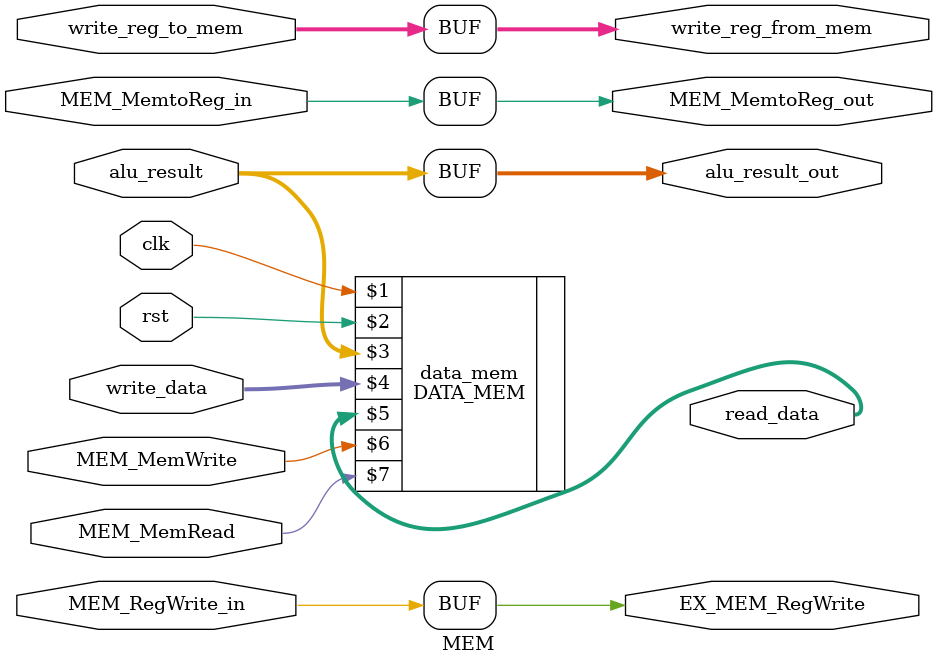
<source format=v>
`timescale 1ns / 1ps


module MEM(clk, rst, MEM_MemtoReg_in, MEM_RegWrite_in, MEM_MemRead, MEM_MemWrite, alu_result, write_data, write_reg_to_mem, 
           MEM_MemtoReg_out, EX_MEM_RegWrite, read_data, alu_result_out, write_reg_from_mem);
    input clk, rst, MEM_MemtoReg_in, MEM_RegWrite_in, MEM_MemRead, MEM_MemWrite;
    input [31:0] alu_result, write_data;
    input [4:0] write_reg_to_mem;
    output MEM_MemtoReg_out, EX_MEM_RegWrite;
    output [31:0] read_data, alu_result_out;
    output [4:0] write_reg_from_mem;
    
    assign MEM_MemtoReg_out = MEM_MemtoReg_in;
    assign EX_MEM_RegWrite = MEM_RegWrite_in;
    assign alu_result_out = alu_result;
    assign write_reg_from_mem = write_reg_to_mem;
    
    DATA_MEM data_mem(clk, rst, alu_result, write_data, read_data, MEM_MemWrite, MEM_MemRead);
    
endmodule

</source>
